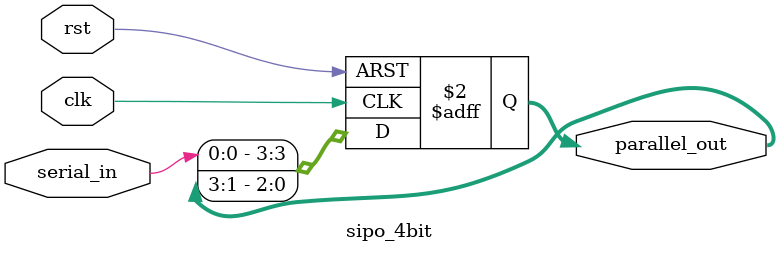
<source format=v>
module sipo_4bit(
     input clk, rst, serial_in,
	 output reg [3:0] parallel_out
	 );
	 always @(posedge clk or posedge rst) begin
	     if(rst)
		    parallel_out <= 4'b0000;
		 else 
		    parallel_out <= {serial_in, parallel_out[3:1]};
		end
	endmodule
</source>
